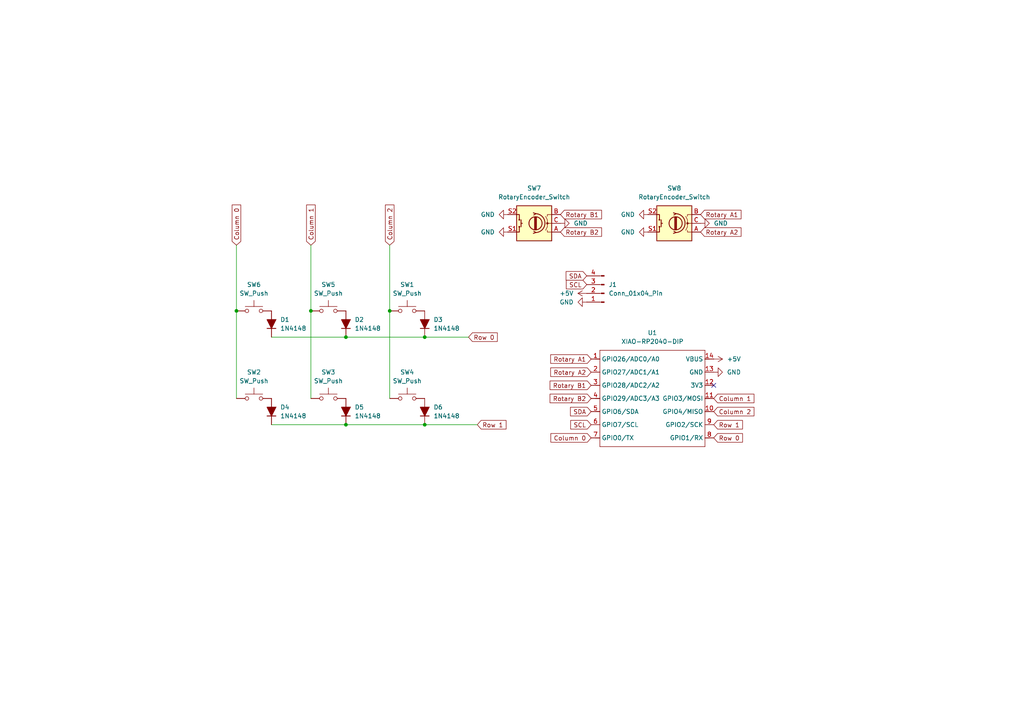
<source format=kicad_sch>
(kicad_sch (version 20250114) (generator "eeschema") (generator_version "9.0")
  (paper "A4")
  (lib_symbols
    (symbol "Connector:Conn_01x04_Pin" (pin_names (offset 1.016) (hide yes))
      (property "Reference" "J" (at 0 5.08 0))
      (property "Value" "Conn_01x04_Pin" (at 0 -7.62 0))
      (symbol "Conn_01x04_Pin_1_1"
        (rectangle (start 0.8636 2.667) (end 0 2.413) (stroke (width 0.1524)) (fill (type outline)))
        (rectangle (start 0.8636 0.127) (end 0 -0.127) (stroke (width 0.1524)) (fill (type outline)))
        (rectangle (start 0.8636 -2.413) (end 0 -2.667) (stroke (width 0.1524)) (fill (type outline)))
        (rectangle (start 0.8636 -4.953) (end 0 -5.207) (stroke (width 0.1524)) (fill (type outline)))
        (polyline (pts (xy 1.27 2.54) (xy 0.8636 2.54)) (stroke (width 0.1524)))
        (polyline (pts (xy 1.27 0) (xy 0.8636 0)) (stroke (width 0.1524)))
        (polyline (pts (xy 1.27 -2.54) (xy 0.8636 -2.54)) (stroke (width 0.1524)))
        (polyline (pts (xy 1.27 -5.08) (xy 0.8636 -5.08)) (stroke (width 0.1524)))
        (pin passive line (at 5.08 2.54 180) (length 3.81) (name "Pin_1") (number "1"))
        (pin passive line (at 5.08 0 180) (length 3.81) (name "Pin_2") (number "2"))
        (pin passive line (at 5.08 -2.54 180) (length 3.81) (name "Pin_3") (number "3"))
        (pin passive line (at 5.08 -5.08 180) (length 3.81) (name "Pin_4") (number "4"))
      )
    )
    (symbol "Device:RotaryEncoder_Switch" (pin_names (offset 0.254) (hide yes))
      (property "Reference" "SW" (at 0 6.604 0))
      (property "Value" "RotaryEncoder_Switch" (at 0 -6.604 0))
      (symbol "RotaryEncoder_Switch_0_1"
        (rectangle (start -5.08 5.08) (end 5.08 -5.08) (stroke (width 0.254)) (fill (type background)))
        (polyline (pts (xy -5.08 2.54) (xy -3.81 2.54) (xy -3.81 2.032)))
        (polyline (pts (xy -5.08 0) (xy -3.81 0) (xy -3.81 -1.016) (xy -3.302 -2.032)))
        (polyline (pts (xy -5.08 -2.54) (xy -3.81 -2.54) (xy -3.81 -2.032)))
        (polyline (pts (xy -4.318 0) (xy -3.81 0) (xy -3.81 1.016) (xy -3.302 2.032)))
        (circle (center -3.81 0) (radius 0.254) (fill (type outline)))
        (polyline (pts (xy -0.635 -1.778) (xy -0.635 1.778)) (stroke (width 0.254)))
        (circle (center -0.381 0) (radius 1.905) (stroke (width 0.254)))
        (polyline (pts (xy -0.381 -1.778) (xy -0.381 1.778)) (stroke (width 0.254)))
        (arc (start -0.381 -2.794) (mid -3.0988 -0.0635) (end -0.381 2.667) (stroke (width 0.254)))
        (polyline (pts (xy -0.127 1.778) (xy -0.127 -1.778)) (stroke (width 0.254)))
        (polyline (pts (xy 0.254 2.921) (xy -0.508 2.667) (xy 0.127 2.286)) (stroke (width 0.254)))
        (polyline (pts (xy 0.254 -3.048) (xy -0.508 -2.794) (xy 0.127 -2.413)) (stroke (width 0.254)))
        (polyline (pts (xy 3.81 1.016) (xy 3.81 -1.016)) (stroke (width 0.254)))
        (polyline (pts (xy 3.81 0) (xy 3.429 0)) (stroke (width 0.254)))
        (circle (center 4.318 1.016) (radius 0.127) (stroke (width 0.254)))
        (circle (center 4.318 -1.016) (radius 0.127) (stroke (width 0.254)))
        (polyline (pts (xy 5.08 2.54) (xy 4.318 2.54) (xy 4.318 1.016)) (stroke (width 0.254)))
        (polyline (pts (xy 5.08 -2.54) (xy 4.318 -2.54) (xy 4.318 -1.016)) (stroke (width 0.254)))
      )
      (symbol "RotaryEncoder_Switch_1_1"
        (pin passive line (at -7.62 2.54 0) (length 2.54) (name "A") (number "A"))
        (pin passive line (at -7.62 0 0) (length 2.54) (name "C") (number "C"))
        (pin passive line (at -7.62 -2.54 0) (length 2.54) (name "B") (number "B"))
        (pin passive line (at 7.62 2.54 180) (length 2.54) (name "S1") (number "S1"))
        (pin passive line (at 7.62 -2.54 180) (length 2.54) (name "S2") (number "S2"))
      )
    )
    (symbol "PCM_Diode_AKL:1N4148" (pin_numbers (hide yes)) (pin_names (offset 1.016) (hide yes))
      (property "Reference" "D" (at 0 5.08 0))
      (property "Value" "1N4148" (at 0 2.54 0))
      (symbol "1N4148_0_1"
        (polyline (pts (xy -1.27 1.27) (xy -1.27 -1.27) (xy 1.27 0) (xy -1.27 1.27)) (stroke (width 0.254)) (fill (type outline)))
        (polyline (pts (xy -1.27 0) (xy 1.27 0)))
        (polyline (pts (xy 1.27 1.27) (xy 1.27 -1.27)) (stroke (width 0.254)))
      )
      (symbol "1N4148_0_2"
        (polyline (pts (xy -2.54 -2.54) (xy 2.54 2.54)))
        (polyline (pts (xy -0.889 -0.889) (xy -1.778 0) (xy 0.889 0.889) (xy 0 -1.778) (xy -0.889 -0.889)) (stroke (width 0.254)) (fill (type outline)))
        (polyline (pts (xy 0 1.778) (xy 1.778 0)) (stroke (width 0.254)))
      )
      (symbol "1N4148_1_1"
        (pin passive line (at -3.81 0 0) (length 2.54) (name "A") (number "2"))
        (pin passive line (at 3.81 0 180) (length 2.54) (name "K") (number "1"))
      )
      (symbol "1N4148_1_2"
        (pin passive line (at -2.54 -2.54 0) (length 0) (name "A") (number "2"))
        (pin passive line (at 2.54 2.54 180) (length 0) (name "K") (number "1"))
      )
    )
    (symbol "Seeed_Studio_XIAO_Series:XIAO-RP2040-DIP"
      (property "Reference" "U" (at 0 0 0))
      (property "Value" "XIAO-RP2040-DIP" (at 5.334 -1.778 0))
      (symbol "XIAO-RP2040-DIP_1_0"
        (polyline (pts (xy -1.27 -2.54) (xy 29.21 -2.54)) (stroke (width 0.1524)))
        (polyline (pts (xy -1.27 -5.08) (xy -2.54 -5.08)) (stroke (width 0.1524)))
        (polyline (pts (xy -1.27 -5.08) (xy -1.27 -2.54)) (stroke (width 0.1524)))
        (polyline (pts (xy -1.27 -8.89) (xy -2.54 -8.89)) (stroke (width 0.1524)))
        (polyline (pts (xy -1.27 -8.89) (xy -1.27 -5.08)) (stroke (width 0.1524)))
        (polyline (pts (xy -1.27 -12.7) (xy -2.54 -12.7)) (stroke (width 0.1524)))
        (polyline (pts (xy -1.27 -12.7) (xy -1.27 -8.89)) (stroke (width 0.1524)))
        (polyline (pts (xy -1.27 -16.51) (xy -2.54 -16.51)) (stroke (width 0.1524)))
        (polyline (pts (xy -1.27 -16.51) (xy -1.27 -12.7)) (stroke (width 0.1524)))
        (polyline (pts (xy -1.27 -20.32) (xy -2.54 -20.32)) (stroke (width 0.1524)))
        (polyline (pts (xy -1.27 -24.13) (xy -2.54 -24.13)) (stroke (width 0.1524)))
        (polyline (pts (xy -1.27 -27.94) (xy -2.54 -27.94)) (stroke (width 0.1524)))
        (polyline (pts (xy -1.27 -30.48) (xy -1.27 -16.51)) (stroke (width 0.1524)))
        (polyline (pts (xy 29.21 -2.54) (xy 29.21 -5.08)) (stroke (width 0.1524)))
        (polyline (pts (xy 29.21 -5.08) (xy 29.21 -8.89)) (stroke (width 0.1524)))
        (polyline (pts (xy 29.21 -8.89) (xy 29.21 -12.7)) (stroke (width 0.1524)))
        (polyline (pts (xy 29.21 -12.7) (xy 29.21 -30.48)) (stroke (width 0.1524)))
        (polyline (pts (xy 29.21 -30.48) (xy -1.27 -30.48)) (stroke (width 0.1524)))
        (polyline (pts (xy 30.48 -5.08) (xy 29.21 -5.08)) (stroke (width 0.1524)))
        (polyline (pts (xy 30.48 -8.89) (xy 29.21 -8.89)) (stroke (width 0.1524)))
        (polyline (pts (xy 30.48 -12.7) (xy 29.21 -12.7)) (stroke (width 0.1524)))
        (polyline (pts (xy 30.48 -16.51) (xy 29.21 -16.51)) (stroke (width 0.1524)))
        (polyline (pts (xy 30.48 -20.32) (xy 29.21 -20.32)) (stroke (width 0.1524)))
        (polyline (pts (xy 30.48 -24.13) (xy 29.21 -24.13)) (stroke (width 0.1524)))
        (polyline (pts (xy 30.48 -27.94) (xy 29.21 -27.94)) (stroke (width 0.1524)))
        (pin passive line (at -3.81 -5.08 0) (length 2.54) (name "GPIO26/ADC0/A0") (number "1"))
        (pin passive line (at -3.81 -8.89 0) (length 2.54) (name "GPIO27/ADC1/A1") (number "2"))
        (pin passive line (at -3.81 -12.7 0) (length 2.54) (name "GPIO28/ADC2/A2") (number "3"))
        (pin passive line (at -3.81 -16.51 0) (length 2.54) (name "GPIO29/ADC3/A3") (number "4"))
        (pin passive line (at -3.81 -20.32 0) (length 2.54) (name "GPIO6/SDA") (number "5"))
        (pin passive line (at -3.81 -24.13 0) (length 2.54) (name "GPIO7/SCL") (number "6"))
        (pin passive line (at -3.81 -27.94 0) (length 2.54) (name "GPIO0/TX") (number "7"))
        (pin passive line (at 31.75 -5.08 180) (length 2.54) (name "VBUS") (number "14"))
        (pin passive line (at 31.75 -8.89 180) (length 2.54) (name "GND") (number "13"))
        (pin passive line (at 31.75 -12.7 180) (length 2.54) (name "3V3") (number "12"))
        (pin passive line (at 31.75 -16.51 180) (length 2.54) (name "GPIO3/MOSI") (number "11"))
        (pin passive line (at 31.75 -20.32 180) (length 2.54) (name "GPIO4/MISO") (number "10"))
        (pin passive line (at 31.75 -24.13 180) (length 2.54) (name "GPIO2/SCK") (number "9"))
        (pin passive line (at 31.75 -27.94 180) (length 2.54) (name "GPIO1/RX") (number "8"))
      )
    )
    (symbol "Switch:SW_Push" (pin_numbers (hide yes)) (pin_names (offset 1.016) (hide yes))
      (property "Reference" "SW" (at 1.27 2.54 0))
      (property "Value" "SW_Push" (at 0 -1.524 0))
      (symbol "SW_Push_0_1"
        (circle (center -2.032 0) (radius 0.508))
        (polyline (pts (xy 0 1.27) (xy 0 3.048)))
        (circle (center 2.032 0) (radius 0.508))
        (polyline (pts (xy 2.54 1.27) (xy -2.54 1.27)))
        (pin passive line (at -5.08 0 0) (length 2.54) (name "1") (number "1"))
        (pin passive line (at 5.08 0 180) (length 2.54) (name "2") (number "2"))
      )
    )
    (symbol "power:+5V" (power) (pin_numbers (hide yes)) (pin_names (offset 0) (hide yes))
      (property "Value" "+5V" (at 0 3.556 0))
      (symbol "+5V_0_1"
        (polyline (pts (xy -0.762 1.27) (xy 0 2.54)))
        (polyline (pts (xy 0 2.54) (xy 0.762 1.27)))
        (polyline (pts (xy 0 0) (xy 0 2.54)))
      )
      (symbol "+5V_1_1"
        (pin power_in line (at 0 0 90) (length 0) (name "~") (number "1"))
      )
    )
    (symbol "power:GND" (power) (pin_numbers (hide yes)) (pin_names (offset 0) (hide yes))
      (property "Value" "GND" (at 0 -3.81 0))
      (symbol "GND_0_1"
        (polyline (pts (xy 0 0) (xy 0 -1.27) (xy 1.27 -1.27) (xy 0 -2.54) (xy -1.27 -1.27) (xy 0 -1.27)))
      )
      (symbol "GND_1_1"
        (pin power_in line (at 0 0 270) (length 0) (name "~") (number "1"))
      )
    )
  )
  (junction (at 123.19 97.79))
  (junction (at 123.19 123.19))
  (junction (at 100.33 123.19))
  (junction (at 68.58 90.17))
  (junction (at 113.03 90.17))
  (junction (at 100.33 97.79))
  (junction (at 90.17 90.17))
  (no_connect (at 207.01 111.76))
  (wire (pts (xy 78.74 97.79) (xy 100.33 97.79)))
  (wire (pts (xy 100.33 123.19) (xy 123.19 123.19)))
  (wire (pts (xy 113.03 90.17) (xy 113.03 115.57)))
  (wire (pts (xy 100.33 97.79) (xy 123.19 97.79)))
  (wire (pts (xy 123.19 97.79) (xy 135.89 97.79)))
  (wire (pts (xy 68.58 71.12) (xy 68.58 90.17)))
  (wire (pts (xy 68.58 90.17) (xy 68.58 115.57)))
  (wire (pts (xy 113.03 71.12) (xy 113.03 90.17)))
  (wire (pts (xy 90.17 71.12) (xy 90.17 90.17)))
  (wire (pts (xy 123.19 123.19) (xy 138.43 123.19)))
  (wire (pts (xy 78.74 123.19) (xy 100.33 123.19)))
  (wire (pts (xy 90.17 90.17) (xy 90.17 115.57)))
  (global_label "Rotary B1" (shape input) (at 162.56 62.23 0) (property "Intersheetrefs" "${INTERSHEET_REFS}" (effects (hide yes))))
  (global_label "Column 1" (shape input) (at 90.17 71.12 90) (property "Intersheetrefs" "${INTERSHEET_REFS}" (effects (hide yes))))
  (global_label "Rotary A2" (shape input) (at 171.45 107.95 180) (property "Intersheetrefs" "${INTERSHEET_REFS}" (effects (hide yes))))
  (global_label "Rotary B1" (shape input) (at 171.45 111.76 180) (property "Intersheetrefs" "${INTERSHEET_REFS}" (effects (hide yes))))
  (global_label "Column 1" (shape input) (at 207.01 115.57 0) (property "Intersheetrefs" "${INTERSHEET_REFS}" (effects (hide yes))))
  (global_label "Rotary B2" (shape input) (at 162.56 67.31 0) (property "Intersheetrefs" "${INTERSHEET_REFS}" (effects (hide yes))))
  (global_label "Column 0" (shape input) (at 171.45 127 180) (property "Intersheetrefs" "${INTERSHEET_REFS}" (effects (hide yes))))
  (global_label "Rotary A1" (shape input) (at 203.2 62.23 0) (property "Intersheetrefs" "${INTERSHEET_REFS}" (effects (hide yes))))
  (global_label "Column 2" (shape input) (at 207.01 119.38 0) (property "Intersheetrefs" "${INTERSHEET_REFS}" (effects (hide yes))))
  (global_label "Rotary A1" (shape input) (at 171.45 104.14 180) (property "Intersheetrefs" "${INTERSHEET_REFS}" (effects (hide yes))))
  (global_label "SDA" (shape input) (at 170.18 80.01 180) (property "Intersheetrefs" "${INTERSHEET_REFS}" (effects (hide yes))))
  (global_label "Column 0" (shape input) (at 68.58 71.12 90) (property "Intersheetrefs" "${INTERSHEET_REFS}" (effects (hide yes))))
  (global_label "SDA" (shape input) (at 171.45 119.38 180) (property "Intersheetrefs" "${INTERSHEET_REFS}" (effects (hide yes))))
  (global_label "Row 0" (shape input) (at 207.01 127 0) (property "Intersheetrefs" "${INTERSHEET_REFS}" (effects (hide yes))))
  (global_label "Column 2" (shape input) (at 113.03 71.12 90) (property "Intersheetrefs" "${INTERSHEET_REFS}" (effects (hide yes))))
  (global_label "Row 1" (shape input) (at 207.01 123.19 0) (property "Intersheetrefs" "${INTERSHEET_REFS}" (effects (hide yes))))
  (global_label "Rotary B2" (shape input) (at 171.45 115.57 180) (property "Intersheetrefs" "${INTERSHEET_REFS}" (effects (hide yes))))
  (global_label "SCL" (shape input) (at 171.45 123.19 180) (property "Intersheetrefs" "${INTERSHEET_REFS}" (effects (hide yes))))
  (global_label "SCL" (shape input) (at 170.18 82.55 180) (property "Intersheetrefs" "${INTERSHEET_REFS}" (effects (hide yes))))
  (global_label "Row 0" (shape input) (at 135.89 97.79 0) (property "Intersheetrefs" "${INTERSHEET_REFS}" (effects (hide yes))))
  (global_label "Row 1" (shape input) (at 138.43 123.19 0) (property "Intersheetrefs" "${INTERSHEET_REFS}" (effects (hide yes))))
  (global_label "Rotary A2" (shape input) (at 203.2 67.31 0) (property "Intersheetrefs" "${INTERSHEET_REFS}" (effects (hide yes))))
  (symbol (lib_id "PCM_Diode_AKL:1N4148") (at 78.74 93.98 270) (unit 1)
    (property "Reference" "D1" (at 81.28 92.7099 90) (effects (justify left)))
    (property "Value" "1N4148" (at 81.28 95.2499 90) (effects (justify left)))
    (property "Footprint" "PCM_Diode_THT_AKL:D_DO-35_SOD27_P7.62mm_Horizontal" (effects (hide yes)))
    (property "Datasheet" "https://datasheet.octopart.com/1N4148TR-ON-Semiconductor-datasheet-42765246.pdf" (effects (hide yes)))
    (property "Description" "DO-35 Diode, Small Signal, Fast Switching, 75V, 150mA, 4ns, Alternate KiCad Library" (effects (hide yes)))
  )
  (symbol (lib_id "power:+5V") (at 207.01 104.14 270) (unit 1)
    (property "Reference" "#PWR03" (effects (hide yes)))
    (property "Value" "+5V" (at 210.82 104.1399 90) (effects (justify left)))
    (property "Description" "Power symbol creates a global label with name \"+5V\"" (effects (hide yes)))
  )
  (symbol (lib_id "PCM_Diode_AKL:1N4148") (at 78.74 119.38 270) (unit 1)
    (property "Reference" "D4" (at 81.28 118.1099 90) (effects (justify left)))
    (property "Value" "1N4148" (at 81.28 120.6499 90) (effects (justify left)))
    (property "Footprint" "PCM_Diode_THT_AKL:D_DO-35_SOD27_P7.62mm_Horizontal" (effects (hide yes)))
    (property "Datasheet" "https://datasheet.octopart.com/1N4148TR-ON-Semiconductor-datasheet-42765246.pdf" (effects (hide yes)))
    (property "Description" "DO-35 Diode, Small Signal, Fast Switching, 75V, 150mA, 4ns, Alternate KiCad Library" (effects (hide yes)))
  )
  (symbol (lib_id "power:GND") (at 147.32 67.31 270) (unit 1)
    (property "Reference" "#PWR06" (effects (hide yes)))
    (property "Value" "GND" (at 143.51 67.3099 90) (effects (justify right)))
    (property "Description" "Power symbol creates a global label with name \"GND\" , ground" (effects (hide yes)))
  )
  (symbol (lib_id "Switch:SW_Push") (at 118.11 90.17 0) (unit 1)
    (property "Reference" "SW1" (at 118.11 82.55 0))
    (property "Value" "SW_Push" (at 118.11 85.09 0))
    (property "Footprint" "Button_Switch_Keyboard:SW_Cherry_MX_1.00u_PCB" (effects (hide yes)))
    (property "Description" "Push button switch, generic, two pins" (effects (hide yes)))
  )
  (symbol (lib_id "PCM_Diode_AKL:1N4148") (at 100.33 93.98 270) (unit 1)
    (property "Reference" "D2" (at 102.87 92.7099 90) (effects (justify left)))
    (property "Value" "1N4148" (at 102.87 95.2499 90) (effects (justify left)))
    (property "Footprint" "PCM_Diode_THT_AKL:D_DO-35_SOD27_P7.62mm_Horizontal" (effects (hide yes)))
    (property "Datasheet" "https://datasheet.octopart.com/1N4148TR-ON-Semiconductor-datasheet-42765246.pdf" (effects (hide yes)))
    (property "Description" "DO-35 Diode, Small Signal, Fast Switching, 75V, 150mA, 4ns, Alternate KiCad Library" (effects (hide yes)))
  )
  (symbol (lib_id "power:GND") (at 187.96 62.23 270) (unit 1)
    (property "Reference" "#PWR07" (effects (hide yes)))
    (property "Value" "GND" (at 184.15 62.2299 90) (effects (justify right)))
    (property "Description" "Power symbol creates a global label with name \"GND\" , ground" (effects (hide yes)))
  )
  (symbol (lib_id "Device:RotaryEncoder_Switch") (at 195.58 64.77 180) (unit 1)
    (property "Reference" "SW8" (at 195.58 54.61 0))
    (property "Value" "RotaryEncoder_Switch" (at 195.58 57.15 0))
    (property "Footprint" "Rotary_Encoder:RotaryEncoder_Alps_EC11E-Switch_Vertical_H20mm" (effects (hide yes)))
    (property "Description" "Rotary encoder, dual channel, incremental quadrate outputs, with switch" (effects (hide yes)))
  )
  (symbol (lib_id "Seeed_Studio_XIAO_Series:XIAO-RP2040-DIP") (at 175.26 99.06 0) (unit 1)
    (property "Reference" "U1" (at 189.23 96.52 0))
    (property "Value" "XIAO-RP2040-DIP" (at 189.23 99.06 0))
    (property "Footprint" "Seeed Studio XIAO Series Library:XIAO-RP2040-DIP" (effects (hide yes)))
  )
  (symbol (lib_id "power:GND") (at 147.32 62.23 270) (unit 1)
    (property "Reference" "#PWR05" (effects (hide yes)))
    (property "Value" "GND" (at 143.51 62.2299 90) (effects (justify right)))
    (property "Description" "Power symbol creates a global label with name \"GND\" , ground" (effects (hide yes)))
  )
  (symbol (lib_id "power:GND") (at 170.18 87.63 270) (unit 1)
    (property "Reference" "#PWR09" (effects (hide yes)))
    (property "Value" "GND" (at 166.37 87.6299 90) (effects (justify right)))
    (property "Description" "Power symbol creates a global label with name \"GND\" , ground" (effects (hide yes)))
  )
  (symbol (lib_id "Switch:SW_Push") (at 95.25 115.57 0) (unit 1)
    (property "Reference" "SW3" (at 95.25 107.95 0))
    (property "Value" "SW_Push" (at 95.25 110.49 0))
    (property "Footprint" "Button_Switch_Keyboard:SW_Cherry_MX_1.00u_PCB" (effects (hide yes)))
    (property "Description" "Push button switch, generic, two pins" (effects (hide yes)))
  )
  (symbol (lib_id "Device:RotaryEncoder_Switch") (at 154.94 64.77 180) (unit 1)
    (property "Reference" "SW7" (at 154.94 54.61 0))
    (property "Value" "RotaryEncoder_Switch" (at 154.94 57.15 0))
    (property "Footprint" "Rotary_Encoder:RotaryEncoder_Alps_EC11E-Switch_Vertical_H20mm" (effects (hide yes)))
    (property "Description" "Rotary encoder, dual channel, incremental quadrate outputs, with switch" (effects (hide yes)))
  )
  (symbol (lib_id "PCM_Diode_AKL:1N4148") (at 100.33 119.38 270) (unit 1)
    (property "Reference" "D5" (at 102.87 118.1099 90) (effects (justify left)))
    (property "Value" "1N4148" (at 102.87 120.6499 90) (effects (justify left)))
    (property "Footprint" "PCM_Diode_THT_AKL:D_DO-35_SOD27_P7.62mm_Horizontal" (effects (hide yes)))
    (property "Datasheet" "https://datasheet.octopart.com/1N4148TR-ON-Semiconductor-datasheet-42765246.pdf" (effects (hide yes)))
    (property "Description" "DO-35 Diode, Small Signal, Fast Switching, 75V, 150mA, 4ns, Alternate KiCad Library" (effects (hide yes)))
  )
  (symbol (lib_id "power:GND") (at 203.2 64.77 90) (unit 1)
    (property "Reference" "#PWR04" (effects (hide yes)))
    (property "Value" "GND" (at 207.01 64.7699 90) (effects (justify right)))
    (property "Description" "Power symbol creates a global label with name \"GND\" , ground" (effects (hide yes)))
  )
  (symbol (lib_id "Switch:SW_Push") (at 73.66 90.17 0) (unit 1)
    (property "Reference" "SW6" (at 73.66 82.55 0))
    (property "Value" "SW_Push" (at 73.66 85.09 0))
    (property "Footprint" "Button_Switch_Keyboard:SW_Cherry_MX_1.00u_PCB" (effects (hide yes)))
    (property "Description" "Push button switch, generic, two pins" (effects (hide yes)))
  )
  (symbol (lib_id "PCM_Diode_AKL:1N4148") (at 123.19 119.38 270) (unit 1)
    (property "Reference" "D6" (at 125.73 118.1099 90) (effects (justify left)))
    (property "Value" "1N4148" (at 125.73 120.6499 90) (effects (justify left)))
    (property "Footprint" "PCM_Diode_THT_AKL:D_DO-35_SOD27_P7.62mm_Horizontal" (effects (hide yes)))
    (property "Datasheet" "https://datasheet.octopart.com/1N4148TR-ON-Semiconductor-datasheet-42765246.pdf" (effects (hide yes)))
    (property "Description" "DO-35 Diode, Small Signal, Fast Switching, 75V, 150mA, 4ns, Alternate KiCad Library" (effects (hide yes)))
  )
  (symbol (lib_id "Switch:SW_Push") (at 73.66 115.57 0) (unit 1)
    (property "Reference" "SW2" (at 73.66 107.95 0))
    (property "Value" "SW_Push" (at 73.66 110.49 0))
    (property "Footprint" "Button_Switch_Keyboard:SW_Cherry_MX_1.00u_PCB" (effects (hide yes)))
    (property "Description" "Push button switch, generic, two pins" (effects (hide yes)))
  )
  (symbol (lib_id "power:GND") (at 162.56 64.77 90) (unit 1)
    (property "Reference" "#PWR01" (effects (hide yes)))
    (property "Value" "GND" (at 166.37 64.7699 90) (effects (justify right)))
    (property "Description" "Power symbol creates a global label with name \"GND\" , ground" (effects (hide yes)))
  )
  (symbol (lib_id "Connector:Conn_01x04_Pin") (at 175.26 85.09 180) (unit 1)
    (property "Reference" "J1" (at 176.53 82.5499 0) (effects (justify right)))
    (property "Value" "Conn_01x04_Pin" (at 176.53 85.0899 0) (effects (justify right)))
    (property "Footprint" "OLED FOOTPRINTS:SSD1306-0.91-OLED-4pin-128x32" (effects (hide yes)))
    (property "Description" "Generic connector, single row, 01x04, script generated" (effects (hide yes)))
  )
  (symbol (lib_id "Switch:SW_Push") (at 118.11 115.57 0) (unit 1)
    (property "Reference" "SW4" (at 118.11 107.95 0))
    (property "Value" "SW_Push" (at 118.11 110.49 0))
    (property "Footprint" "Button_Switch_Keyboard:SW_Cherry_MX_1.00u_PCB" (effects (hide yes)))
    (property "Description" "Push button switch, generic, two pins" (effects (hide yes)))
  )
  (symbol (lib_id "power:+5V") (at 170.18 85.09 90) (unit 1)
    (property "Reference" "#PWR010" (effects (hide yes)))
    (property "Value" "+5V" (at 166.37 85.0899 90) (effects (justify left)))
    (property "Description" "Power symbol creates a global label with name \"+5V\"" (effects (hide yes)))
  )
  (symbol (lib_id "Switch:SW_Push") (at 95.25 90.17 0) (unit 1)
    (property "Reference" "SW5" (at 95.25 82.55 0))
    (property "Value" "SW_Push" (at 95.25 85.09 0))
    (property "Footprint" "Button_Switch_Keyboard:SW_Cherry_MX_1.00u_PCB" (effects (hide yes)))
    (property "Description" "Push button switch, generic, two pins" (effects (hide yes)))
  )
  (symbol (lib_id "PCM_Diode_AKL:1N4148") (at 123.19 93.98 270) (unit 1)
    (property "Reference" "D3" (at 125.73 92.7099 90) (effects (justify left)))
    (property "Value" "1N4148" (at 125.73 95.2499 90) (effects (justify left)))
    (property "Footprint" "PCM_Diode_THT_AKL:D_DO-35_SOD27_P7.62mm_Horizontal" (effects (hide yes)))
    (property "Datasheet" "https://datasheet.octopart.com/1N4148TR-ON-Semiconductor-datasheet-42765246.pdf" (effects (hide yes)))
    (property "Description" "DO-35 Diode, Small Signal, Fast Switching, 75V, 150mA, 4ns, Alternate KiCad Library" (effects (hide yes)))
  )
  (symbol (lib_id "power:GND") (at 187.96 67.31 270) (unit 1)
    (property "Reference" "#PWR08" (effects (hide yes)))
    (property "Value" "GND" (at 184.15 67.3099 90) (effects (justify right)))
    (property "Description" "Power symbol creates a global label with name \"GND\" , ground" (effects (hide yes)))
  )
  (symbol (lib_id "power:GND") (at 207.01 107.95 90) (unit 1)
    (property "Reference" "#PWR02" (effects (hide yes)))
    (property "Value" "GND" (at 210.82 107.9499 90) (effects (justify right)))
    (property "Description" "Power symbol creates a global label with name \"GND\" , ground" (effects (hide yes)))
  )
)
</source>
